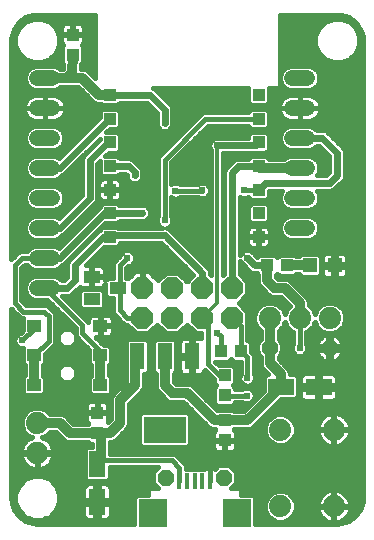
<source format=gtl>
G75*
G70*
%OFA0B0*%
%FSLAX24Y24*%
%IPPOS*%
%LPD*%
%AMOC8*
5,1,8,0,0,1.08239X$1,22.5*
%
%ADD10OC8,0.0740*%
%ADD11C,0.0520*%
%ADD12C,0.0740*%
%ADD13R,0.0394X0.0394*%
%ADD14R,0.0157X0.0531*%
%ADD15OC8,0.0560*%
%ADD16R,0.0945X0.0945*%
%ADD17R,0.0480X0.0880*%
%ADD18R,0.1417X0.0866*%
%ADD19C,0.0551*%
%ADD20R,0.0453X0.0394*%
%ADD21R,0.0394X0.0433*%
%ADD22R,0.0472X0.0472*%
%ADD23R,0.0551X0.0866*%
%ADD24R,0.0866X0.0551*%
%ADD25R,0.0433X0.0394*%
%ADD26R,0.0551X0.0394*%
%ADD27C,0.0320*%
%ADD28C,0.0240*%
%ADD29C,0.0160*%
%ADD30C,0.0238*%
%ADD31C,0.0120*%
D10*
X004680Y007708D03*
X004680Y008708D03*
X005680Y008708D03*
X005680Y007708D03*
X006680Y007708D03*
X006680Y008708D03*
X007680Y008708D03*
X007680Y007708D03*
D11*
X009670Y010708D02*
X010190Y010708D01*
X010190Y011708D02*
X009670Y011708D01*
X009670Y012708D02*
X010190Y012708D01*
X010190Y013708D02*
X009670Y013708D01*
X009670Y014708D02*
X010190Y014708D01*
X010190Y015708D02*
X009670Y015708D01*
X001690Y015708D02*
X001170Y015708D01*
X001170Y014708D02*
X001690Y014708D01*
X001690Y013708D02*
X001170Y013708D01*
X001170Y012708D02*
X001690Y012708D01*
X001690Y011708D02*
X001170Y011708D01*
X001170Y010708D02*
X001690Y010708D01*
X001690Y009708D02*
X001170Y009708D01*
X001170Y008708D02*
X001690Y008708D01*
D12*
X001180Y004208D03*
X001180Y003208D03*
X008930Y007708D03*
X009930Y007708D03*
X010930Y007708D03*
X011070Y003988D03*
X009290Y003988D03*
X009290Y001428D03*
X011070Y001428D03*
D13*
X008562Y010408D03*
X008562Y011196D03*
X008562Y011983D03*
X008562Y012771D03*
X008562Y013558D03*
X008562Y014345D03*
X008562Y015133D03*
X003601Y015133D03*
X003601Y014345D03*
X003601Y013558D03*
X003601Y012771D03*
X003601Y011983D03*
X003601Y011196D03*
X003601Y010408D03*
D14*
X005918Y002261D03*
X006174Y002261D03*
X006430Y002261D03*
X006686Y002261D03*
X006942Y002261D03*
D15*
X007395Y002389D03*
X005465Y002389D03*
D16*
X005030Y001208D03*
X007830Y001208D03*
D17*
X006340Y006428D03*
X005430Y006428D03*
X004520Y006428D03*
D18*
X005430Y003988D03*
D19*
X008930Y006708D03*
X010930Y006708D03*
D20*
X003292Y006458D03*
X003292Y005473D03*
X003292Y007442D03*
X001068Y007442D03*
X001068Y006458D03*
X001068Y005473D03*
D21*
X003180Y004542D03*
X003180Y003873D03*
X007295Y006608D03*
X007965Y006608D03*
X007430Y004292D03*
X007430Y003623D03*
X008845Y009458D03*
X009515Y009458D03*
X002360Y016483D03*
X002360Y017152D03*
D22*
X010267Y009458D03*
X011093Y009458D03*
D23*
X003180Y002838D03*
X003180Y001578D03*
D24*
X009300Y005408D03*
X010560Y005408D03*
D25*
X007430Y005123D03*
X007430Y005792D03*
D26*
X003863Y008708D03*
X002997Y009082D03*
X002997Y008334D03*
D27*
X003292Y006458D02*
X003292Y005473D01*
X003930Y004958D02*
X004430Y005458D01*
X004430Y006338D01*
X004520Y006428D01*
X005430Y006428D02*
X005430Y005458D01*
X005680Y005208D01*
X006180Y005208D01*
X007095Y004292D01*
X007430Y004292D01*
X008185Y004292D01*
X009300Y005408D01*
X009300Y005838D01*
X008930Y006208D01*
X008930Y006708D01*
X008930Y007708D01*
X009090Y008708D02*
X008840Y008958D01*
X008840Y009452D01*
X008845Y009458D01*
X009090Y008708D02*
X009430Y008708D01*
X009930Y008208D01*
X009930Y007708D01*
X010267Y009458D02*
X009515Y009458D01*
X009930Y012708D02*
X008625Y012708D01*
X008562Y012771D01*
X003601Y015133D02*
X003255Y015133D01*
X002680Y015708D01*
X002180Y015708D01*
X002345Y015873D01*
X002360Y016483D01*
X002180Y015708D02*
X001430Y015708D01*
X001068Y006458D02*
X001068Y005473D01*
X001180Y004208D02*
X001930Y004208D01*
X002265Y003873D01*
X003180Y003873D01*
X003595Y003873D01*
X003930Y004208D01*
X003930Y004958D01*
X003180Y003873D02*
X003300Y003753D01*
X003300Y002958D01*
D28*
X002180Y008708D02*
X001430Y008708D01*
X001430Y009708D02*
X001930Y009708D01*
X003418Y011196D01*
X003601Y011196D01*
X003613Y011208D01*
X004680Y011208D01*
X005430Y010458D02*
X003650Y010458D01*
X003601Y010408D01*
X003381Y010408D01*
X002430Y009458D01*
X002430Y008958D01*
X002180Y008708D01*
X001930Y010708D02*
X001430Y010708D01*
X001930Y010708D02*
X002930Y011708D01*
X002930Y012958D01*
X003530Y013558D01*
X003601Y013558D01*
X003601Y012771D02*
X003604Y012768D01*
X004230Y012768D01*
X004430Y012568D01*
X004430Y012458D01*
X005430Y014208D02*
X005430Y014648D01*
X004940Y015138D01*
X003606Y015138D01*
X003601Y015133D01*
X003601Y014345D02*
X003568Y014345D01*
X001930Y012708D01*
X001430Y012708D01*
X005430Y010458D02*
X006680Y009208D01*
X006680Y008708D01*
X007680Y008708D02*
X007680Y012548D01*
X007890Y012758D01*
X008549Y012758D01*
X008562Y012771D01*
X008786Y012208D02*
X008562Y011983D01*
X008786Y012208D02*
X010930Y012208D01*
X011180Y012458D01*
X011180Y013208D01*
X010680Y013708D01*
X009930Y013708D01*
X008562Y013558D02*
X008461Y013458D01*
X007180Y013458D01*
X008180Y009708D02*
X008430Y009458D01*
X008845Y009458D01*
D29*
X000920Y001025D02*
X000675Y001025D01*
X000766Y001088D02*
X001035Y000977D01*
X001325Y000977D01*
X001594Y001088D01*
X001799Y001294D01*
X001911Y001562D01*
X001911Y001853D01*
X001799Y002122D01*
X001594Y002327D01*
X001325Y002438D01*
X001035Y002438D01*
X000766Y002327D01*
X000561Y002122D01*
X000449Y001853D01*
X000449Y001562D01*
X000561Y001294D01*
X000766Y001088D01*
X000671Y001183D02*
X000511Y001183D01*
X000572Y001100D02*
X000414Y001317D01*
X000331Y001573D01*
X000320Y001708D01*
X000320Y008007D01*
X000339Y007988D01*
X000629Y007698D01*
X000702Y007698D01*
X000701Y007697D01*
X000701Y007290D01*
X000628Y007216D01*
X000533Y007177D01*
X000460Y007104D01*
X000421Y007009D01*
X000421Y006906D01*
X000460Y006811D01*
X000533Y006738D01*
X000628Y006699D01*
X000701Y006699D01*
X000701Y006203D01*
X000768Y006136D01*
X000768Y005795D01*
X000701Y005728D01*
X000701Y005219D01*
X000783Y005137D01*
X001352Y005137D01*
X001434Y005219D01*
X001434Y005728D01*
X001368Y005795D01*
X001368Y006136D01*
X001434Y006203D01*
X001434Y006501D01*
X001651Y006718D01*
X001780Y006847D01*
X001780Y007869D01*
X001640Y008009D01*
X001511Y008138D01*
X000811Y008138D01*
X000650Y008299D01*
X000650Y009367D01*
X000771Y009488D01*
X000828Y009488D01*
X000831Y009481D01*
X000943Y009369D01*
X001090Y009308D01*
X001770Y009308D01*
X001917Y009369D01*
X002006Y009458D01*
X002077Y009487D01*
X002150Y009560D01*
X003449Y010859D01*
X003856Y010859D01*
X003938Y010941D01*
X003938Y010948D01*
X004732Y010948D01*
X004827Y010987D01*
X004900Y011060D01*
X004940Y011156D01*
X004940Y011259D01*
X004900Y011355D01*
X004827Y011428D01*
X004732Y011468D01*
X003921Y011468D01*
X003856Y011533D01*
X003346Y011533D01*
X003264Y011451D01*
X003264Y011410D01*
X001906Y010051D01*
X001770Y010108D01*
X001090Y010108D01*
X000943Y010047D01*
X000831Y009934D01*
X000828Y009928D01*
X000589Y009928D01*
X000320Y009659D01*
X000320Y016958D01*
X000331Y017092D01*
X000414Y017348D01*
X000572Y017566D01*
X000790Y017724D01*
X001045Y017807D01*
X001180Y017818D01*
X003100Y017818D01*
X003100Y015712D01*
X002934Y015878D01*
X002850Y015962D01*
X002740Y016008D01*
X002649Y016008D01*
X002652Y016164D01*
X002697Y016209D01*
X002697Y016758D01*
X002664Y016790D01*
X002667Y016792D01*
X002701Y016825D01*
X002725Y016866D01*
X002737Y016912D01*
X002737Y017134D01*
X002378Y017134D01*
X002378Y017171D01*
X002342Y017171D01*
X002342Y017549D01*
X002139Y017549D01*
X002094Y017537D01*
X002053Y017513D01*
X002019Y017479D01*
X001995Y017438D01*
X001983Y017393D01*
X001983Y017171D01*
X002342Y017171D01*
X002342Y017134D01*
X001983Y017134D01*
X001983Y016912D01*
X001995Y016866D01*
X002019Y016825D01*
X002053Y016792D01*
X002056Y016790D01*
X002023Y016758D01*
X002023Y016209D01*
X002053Y016179D01*
X002049Y016008D01*
X001956Y016008D01*
X001917Y016047D01*
X001770Y016108D01*
X001090Y016108D01*
X000943Y016047D01*
X000831Y015934D01*
X000770Y015787D01*
X000770Y015628D01*
X000831Y015481D01*
X000943Y015369D01*
X001090Y015308D01*
X001770Y015308D01*
X001917Y015369D01*
X001956Y015408D01*
X002556Y015408D01*
X003085Y014879D01*
X003195Y014833D01*
X003310Y014833D01*
X003346Y014796D01*
X003856Y014796D01*
X003938Y014878D01*
X004832Y014878D01*
X005170Y014540D01*
X005170Y014156D01*
X005210Y014060D01*
X005283Y013987D01*
X005378Y013948D01*
X005482Y013948D01*
X005577Y013987D01*
X005650Y014060D01*
X005690Y014156D01*
X005690Y014699D01*
X005650Y014795D01*
X005160Y015285D01*
X005087Y015358D01*
X005040Y015378D01*
X008225Y015378D01*
X008225Y014878D01*
X008307Y014796D01*
X008817Y014796D01*
X008899Y014878D01*
X008899Y015378D01*
X009213Y015378D01*
X009260Y015425D01*
X009260Y017818D01*
X011180Y017818D01*
X011315Y017807D01*
X011570Y017724D01*
X011788Y017566D01*
X011946Y017348D01*
X012029Y017092D01*
X012040Y016958D01*
X012040Y001708D01*
X012029Y001573D01*
X011946Y001317D01*
X011788Y001100D01*
X011570Y000941D01*
X011315Y000858D01*
X011180Y000848D01*
X008442Y000848D01*
X008442Y001738D01*
X008360Y001820D01*
X007986Y001820D01*
X007986Y002009D01*
X007940Y002055D01*
X007655Y002055D01*
X007815Y002215D01*
X007815Y002563D01*
X007569Y002809D01*
X007221Y002809D01*
X007100Y002688D01*
X007090Y002694D01*
X007044Y002707D01*
X006942Y002707D01*
X006942Y002261D01*
X006942Y002261D01*
X006942Y002707D01*
X006839Y002707D01*
X006794Y002694D01*
X006753Y002671D01*
X006749Y002667D01*
X006138Y002667D01*
X006138Y002811D01*
X005900Y003049D01*
X005771Y003178D01*
X003600Y003178D01*
X003600Y003573D01*
X003655Y003573D01*
X003765Y003619D01*
X004100Y003953D01*
X004184Y004038D01*
X004230Y004148D01*
X004230Y004833D01*
X004600Y005203D01*
X004684Y005288D01*
X004730Y005398D01*
X004730Y005848D01*
X004818Y005848D01*
X004900Y005930D01*
X004900Y006926D01*
X004818Y007008D01*
X004222Y007008D01*
X004140Y006926D01*
X004140Y006422D01*
X004130Y006397D01*
X004130Y005582D01*
X003676Y005128D01*
X003630Y005017D01*
X003630Y004332D01*
X003531Y004233D01*
X003545Y004256D01*
X003557Y004302D01*
X003557Y004524D01*
X003198Y004524D01*
X003198Y004561D01*
X003162Y004561D01*
X003162Y004939D01*
X002959Y004939D01*
X002914Y004927D01*
X002873Y004903D01*
X002839Y004869D01*
X002815Y004828D01*
X002803Y004783D01*
X002803Y004561D01*
X003162Y004561D01*
X003162Y004524D01*
X002803Y004524D01*
X002803Y004302D01*
X002815Y004256D01*
X002839Y004215D01*
X002873Y004182D01*
X002876Y004180D01*
X002869Y004173D01*
X002389Y004173D01*
X002100Y004462D01*
X001990Y004508D01*
X001601Y004508D01*
X001469Y004640D01*
X001281Y004718D01*
X001079Y004718D01*
X000891Y004640D01*
X000748Y004497D01*
X000670Y004309D01*
X000670Y004106D01*
X000748Y003919D01*
X000891Y003775D01*
X001004Y003729D01*
X000969Y003717D01*
X000892Y003678D01*
X000822Y003627D01*
X000760Y003566D01*
X000710Y003496D01*
X000670Y003419D01*
X000644Y003336D01*
X000630Y003251D01*
X000630Y003228D01*
X001160Y003228D01*
X001160Y003188D01*
X000630Y003188D01*
X000630Y003164D01*
X000644Y003079D01*
X000670Y002997D01*
X000710Y002919D01*
X000760Y002849D01*
X000822Y002788D01*
X000892Y002737D01*
X000969Y002698D01*
X001051Y002671D01*
X001137Y002658D01*
X001160Y002658D01*
X001160Y003188D01*
X001200Y003188D01*
X001200Y003228D01*
X001730Y003228D01*
X001730Y003251D01*
X001716Y003336D01*
X001690Y003419D01*
X001650Y003496D01*
X001600Y003566D01*
X001538Y003627D01*
X001468Y003678D01*
X001391Y003717D01*
X001356Y003729D01*
X001469Y003775D01*
X001601Y003908D01*
X001806Y003908D01*
X002095Y003619D01*
X002205Y003573D01*
X002869Y003573D01*
X002925Y003516D01*
X003000Y003516D01*
X003000Y003411D01*
X002846Y003411D01*
X002764Y003329D01*
X002764Y002347D01*
X002846Y002265D01*
X003514Y002265D01*
X003596Y002347D01*
X003596Y002738D01*
X005220Y002738D01*
X005045Y002563D01*
X005045Y002215D01*
X005205Y002055D01*
X004920Y002055D01*
X004874Y002009D01*
X004874Y001820D01*
X004500Y001820D01*
X004418Y001738D01*
X004418Y000848D01*
X001180Y000848D01*
X001045Y000858D01*
X000790Y000941D01*
X000572Y001100D01*
X000541Y001342D02*
X000406Y001342D01*
X000354Y001500D02*
X000475Y001500D01*
X000449Y001659D02*
X000324Y001659D01*
X000320Y001817D02*
X000449Y001817D01*
X000500Y001976D02*
X000320Y001976D01*
X000320Y002134D02*
X000573Y002134D01*
X000732Y002293D02*
X000320Y002293D01*
X000320Y002451D02*
X002764Y002451D01*
X002764Y002610D02*
X000320Y002610D01*
X000320Y002768D02*
X000849Y002768D01*
X000706Y002927D02*
X000320Y002927D01*
X000320Y003085D02*
X000643Y003085D01*
X000630Y003244D02*
X000320Y003244D01*
X000320Y003402D02*
X000665Y003402D01*
X000757Y003561D02*
X000320Y003561D01*
X000320Y003719D02*
X000974Y003719D01*
X000789Y003878D02*
X000320Y003878D01*
X000320Y004036D02*
X000699Y004036D01*
X000670Y004195D02*
X000320Y004195D01*
X000320Y004353D02*
X000688Y004353D01*
X000763Y004512D02*
X000320Y004512D01*
X000320Y004670D02*
X000964Y004670D01*
X000774Y005146D02*
X000320Y005146D01*
X000320Y005304D02*
X000701Y005304D01*
X000701Y005463D02*
X000320Y005463D01*
X000320Y005621D02*
X000701Y005621D01*
X000753Y005780D02*
X000320Y005780D01*
X000320Y005938D02*
X000768Y005938D01*
X000768Y006097D02*
X000320Y006097D01*
X000320Y006255D02*
X000701Y006255D01*
X000701Y006414D02*
X000320Y006414D01*
X000320Y006572D02*
X000701Y006572D01*
X000551Y006731D02*
X000320Y006731D01*
X000320Y006889D02*
X000428Y006889D01*
X000437Y007048D02*
X000320Y007048D01*
X000320Y007206D02*
X000603Y007206D01*
X000701Y007365D02*
X000320Y007365D01*
X000320Y007523D02*
X000701Y007523D01*
X000701Y007682D02*
X000320Y007682D01*
X000320Y007840D02*
X000486Y007840D01*
X000328Y007999D02*
X000320Y007999D01*
X000430Y008208D02*
X000430Y009458D01*
X000680Y009708D01*
X001430Y009708D01*
X001090Y010308D02*
X001770Y010308D01*
X001917Y010369D01*
X002006Y010458D01*
X002077Y010487D01*
X002150Y010560D01*
X003150Y011560D01*
X003190Y011656D01*
X003190Y012850D01*
X003264Y012924D01*
X003264Y012516D01*
X003346Y012434D01*
X003856Y012434D01*
X003930Y012508D01*
X004122Y012508D01*
X004170Y012460D01*
X004170Y012406D01*
X004210Y012310D01*
X004283Y012237D01*
X004378Y012198D01*
X004482Y012198D01*
X004577Y012237D01*
X004650Y012310D01*
X004690Y012406D01*
X004690Y012619D01*
X004650Y012715D01*
X004450Y012915D01*
X004377Y012988D01*
X004282Y013028D01*
X003936Y013028D01*
X003856Y013108D01*
X003448Y013108D01*
X003561Y013221D01*
X003856Y013221D01*
X003938Y013303D01*
X003938Y013813D01*
X003856Y013895D01*
X003485Y013895D01*
X003599Y014009D01*
X003856Y014009D01*
X003938Y014091D01*
X003938Y014600D01*
X003856Y014682D01*
X003346Y014682D01*
X003264Y014600D01*
X003264Y014410D01*
X001906Y013051D01*
X001770Y013108D01*
X001090Y013108D01*
X000943Y013047D01*
X000831Y012934D01*
X000770Y012787D01*
X000770Y012628D01*
X000831Y012481D01*
X000943Y012369D01*
X001090Y012308D01*
X001770Y012308D01*
X001917Y012369D01*
X002006Y012458D01*
X002077Y012487D01*
X002150Y012560D01*
X003264Y013674D01*
X003264Y013660D01*
X002783Y013178D01*
X002710Y013105D01*
X002670Y013009D01*
X002670Y011815D01*
X001906Y011051D01*
X001770Y011108D01*
X001090Y011108D01*
X000943Y011047D01*
X000831Y010934D01*
X000770Y010787D01*
X000770Y010628D01*
X000831Y010481D01*
X000943Y010369D01*
X001090Y010308D01*
X000936Y010376D02*
X000320Y010376D01*
X000320Y010218D02*
X002072Y010218D01*
X001924Y010376D02*
X002231Y010376D01*
X002125Y010535D02*
X002389Y010535D01*
X002283Y010693D02*
X002548Y010693D01*
X002442Y010852D02*
X002706Y010852D01*
X002600Y011010D02*
X002865Y011010D01*
X002759Y011169D02*
X003023Y011169D01*
X002917Y011327D02*
X003182Y011327D01*
X003076Y011486D02*
X003299Y011486D01*
X003335Y011619D02*
X003381Y011606D01*
X003583Y011606D01*
X003583Y011965D01*
X003620Y011965D01*
X003620Y012002D01*
X003978Y012002D01*
X003978Y012204D01*
X003966Y012250D01*
X003942Y012291D01*
X003909Y012324D01*
X003868Y012348D01*
X003822Y012360D01*
X003620Y012360D01*
X003620Y012002D01*
X003583Y012002D01*
X003583Y012360D01*
X003381Y012360D01*
X003335Y012348D01*
X003294Y012324D01*
X003260Y012291D01*
X003237Y012250D01*
X003224Y012204D01*
X003224Y012002D01*
X003583Y012002D01*
X003583Y011965D01*
X003224Y011965D01*
X003224Y011763D01*
X003237Y011717D01*
X003260Y011676D01*
X003294Y011642D01*
X003335Y011619D01*
X003292Y011644D02*
X003185Y011644D01*
X003190Y011803D02*
X003224Y011803D01*
X003224Y011961D02*
X003190Y011961D01*
X003190Y012120D02*
X003224Y012120D01*
X003253Y012278D02*
X003190Y012278D01*
X003190Y012437D02*
X003344Y012437D01*
X003264Y012595D02*
X003190Y012595D01*
X003190Y012754D02*
X003264Y012754D01*
X003252Y012912D02*
X003264Y012912D01*
X002992Y013388D02*
X002978Y013388D01*
X003136Y013546D02*
X003151Y013546D01*
X002834Y013229D02*
X002819Y013229D01*
X002695Y013071D02*
X002661Y013071D01*
X002670Y012912D02*
X002502Y012912D01*
X002344Y012754D02*
X002670Y012754D01*
X002670Y012595D02*
X002185Y012595D01*
X001985Y012437D02*
X002670Y012437D01*
X002670Y012278D02*
X000320Y012278D01*
X000320Y012120D02*
X002670Y012120D01*
X002670Y011961D02*
X002002Y011961D01*
X002029Y011934D02*
X001917Y012047D01*
X001770Y012108D01*
X001090Y012108D01*
X000943Y012047D01*
X000831Y011934D01*
X000770Y011787D01*
X000770Y011628D01*
X000831Y011481D01*
X000943Y011369D01*
X001090Y011308D01*
X001770Y011308D01*
X001917Y011369D01*
X002029Y011481D01*
X002090Y011628D01*
X002090Y011787D01*
X002029Y011934D01*
X002084Y011803D02*
X002657Y011803D01*
X002499Y011644D02*
X002090Y011644D01*
X002031Y011486D02*
X002340Y011486D01*
X002182Y011327D02*
X001817Y011327D01*
X002023Y011169D02*
X000320Y011169D01*
X000320Y011327D02*
X001043Y011327D01*
X000829Y011486D02*
X000320Y011486D01*
X000320Y011644D02*
X000770Y011644D01*
X000776Y011803D02*
X000320Y011803D01*
X000320Y011961D02*
X000858Y011961D01*
X000875Y012437D02*
X000320Y012437D01*
X000320Y012595D02*
X000784Y012595D01*
X000770Y012754D02*
X000320Y012754D01*
X000320Y012912D02*
X000822Y012912D01*
X001001Y013071D02*
X000320Y013071D01*
X000320Y013229D02*
X002084Y013229D01*
X001936Y013388D02*
X002242Y013388D01*
X002401Y013546D02*
X002056Y013546D01*
X002029Y013481D02*
X002090Y013628D01*
X002090Y013787D01*
X002029Y013934D01*
X001917Y014047D01*
X001770Y014108D01*
X001090Y014108D01*
X000943Y014047D01*
X000831Y013934D01*
X000770Y013787D01*
X000770Y013628D01*
X000831Y013481D01*
X000943Y013369D01*
X001090Y013308D01*
X001770Y013308D01*
X001917Y013369D01*
X002029Y013481D01*
X002090Y013705D02*
X002559Y013705D01*
X002718Y013863D02*
X002059Y013863D01*
X001942Y014022D02*
X002876Y014022D01*
X003035Y014180D02*
X000320Y014180D01*
X000320Y014022D02*
X000918Y014022D01*
X000801Y013863D02*
X000320Y013863D01*
X000320Y013705D02*
X000770Y013705D01*
X000804Y013546D02*
X000320Y013546D01*
X000320Y013388D02*
X000924Y013388D01*
X001067Y014279D02*
X001135Y014268D01*
X001430Y014268D01*
X001725Y014268D01*
X001793Y014279D01*
X001859Y014300D01*
X001921Y014331D01*
X001977Y014372D01*
X002026Y014421D01*
X002066Y014477D01*
X002098Y014539D01*
X002119Y014605D01*
X002130Y014673D01*
X002130Y014708D01*
X002130Y014742D01*
X002119Y014811D01*
X002098Y014877D01*
X002066Y014938D01*
X002026Y014994D01*
X001977Y015043D01*
X001921Y015084D01*
X001859Y015115D01*
X001793Y015137D01*
X001725Y015148D01*
X001430Y015148D01*
X001135Y015148D01*
X001067Y015137D01*
X001001Y015115D01*
X000939Y015084D01*
X000883Y015043D01*
X000834Y014994D01*
X000794Y014938D01*
X000762Y014877D01*
X000741Y014811D01*
X000730Y014742D01*
X000730Y014708D01*
X001430Y014708D01*
X001430Y015148D01*
X001430Y014708D01*
X001430Y014708D01*
X002130Y014708D01*
X001430Y014708D01*
X001430Y014708D01*
X001430Y014708D01*
X000730Y014708D01*
X000730Y014673D01*
X000741Y014605D01*
X000762Y014539D01*
X000794Y014477D01*
X000834Y014421D01*
X000883Y014372D01*
X000939Y014331D01*
X001001Y014300D01*
X001067Y014279D01*
X000929Y014339D02*
X000320Y014339D01*
X000320Y014497D02*
X000783Y014497D01*
X000733Y014656D02*
X000320Y014656D01*
X000320Y014814D02*
X000742Y014814D01*
X000819Y014973D02*
X000320Y014973D01*
X000320Y015131D02*
X001050Y015131D01*
X000864Y015448D02*
X000320Y015448D01*
X000320Y015290D02*
X002674Y015290D01*
X002832Y015131D02*
X001810Y015131D01*
X002041Y014973D02*
X002991Y014973D01*
X003328Y014814D02*
X002118Y014814D01*
X002127Y014656D02*
X003320Y014656D01*
X003264Y014497D02*
X002077Y014497D01*
X001931Y014339D02*
X003193Y014339D01*
X003938Y014339D02*
X005170Y014339D01*
X005170Y014497D02*
X003938Y014497D01*
X003883Y014656D02*
X005054Y014656D01*
X004896Y014814D02*
X003874Y014814D01*
X003938Y014180D02*
X005170Y014180D01*
X005248Y014022D02*
X003869Y014022D01*
X003888Y013863D02*
X005994Y013863D01*
X005836Y013705D02*
X003938Y013705D01*
X003938Y013546D02*
X005677Y013546D01*
X005519Y013388D02*
X003938Y013388D01*
X003864Y013229D02*
X005360Y013229D01*
X005210Y013079D02*
X005210Y011103D01*
X005171Y011009D01*
X005171Y010906D01*
X005210Y010811D01*
X005283Y010738D01*
X005332Y010718D01*
X003884Y010718D01*
X003856Y010745D01*
X003346Y010745D01*
X003264Y010663D01*
X003264Y010642D01*
X003234Y010629D01*
X002283Y009678D01*
X002210Y009605D01*
X002170Y009509D01*
X002170Y009065D01*
X002072Y008968D01*
X001996Y008968D01*
X001917Y009047D01*
X001770Y009108D01*
X001090Y009108D01*
X000943Y009047D01*
X000831Y008934D01*
X000770Y008787D01*
X000770Y008628D01*
X000831Y008481D01*
X000943Y008369D01*
X001090Y008308D01*
X001519Y008308D01*
X002460Y007367D01*
X002460Y007175D01*
X002441Y007222D01*
X002354Y007309D01*
X002241Y007356D01*
X002119Y007356D01*
X002006Y007309D01*
X001919Y007222D01*
X001873Y007109D01*
X001873Y006987D01*
X001919Y006874D01*
X002006Y006788D01*
X002119Y006741D01*
X002241Y006741D01*
X002354Y006788D01*
X002441Y006874D01*
X002487Y006987D01*
X002487Y007089D01*
X002589Y006988D01*
X002926Y006651D01*
X002926Y006203D01*
X002992Y006136D01*
X002992Y005795D01*
X002926Y005728D01*
X002926Y005219D01*
X003008Y005137D01*
X003577Y005137D01*
X003659Y005219D01*
X003659Y005728D01*
X003592Y005795D01*
X003592Y006136D01*
X003659Y006203D01*
X003659Y006713D01*
X003577Y006795D01*
X003404Y006795D01*
X003134Y007065D01*
X003274Y007065D01*
X003274Y007423D01*
X003311Y007423D01*
X003311Y007424D02*
X003311Y007460D01*
X003699Y007460D01*
X003699Y007662D01*
X003686Y007708D01*
X003663Y007749D01*
X003629Y007783D01*
X003588Y007807D01*
X003542Y007819D01*
X003311Y007819D01*
X003311Y007460D01*
X003274Y007460D01*
X003274Y007819D01*
X003042Y007819D01*
X002996Y007807D01*
X002955Y007783D01*
X002922Y007749D01*
X002898Y007708D01*
X002886Y007662D01*
X002886Y007563D01*
X002001Y008448D01*
X002232Y008448D01*
X002327Y008487D01*
X002400Y008560D01*
X002596Y008756D01*
X002611Y008741D01*
X002652Y008717D01*
X002698Y008705D01*
X002979Y008705D01*
X002979Y009063D01*
X003015Y009063D01*
X003015Y008705D01*
X003296Y008705D01*
X003342Y008717D01*
X003383Y008741D01*
X003417Y008774D01*
X003440Y008815D01*
X003447Y008842D01*
X003447Y008453D01*
X003529Y008371D01*
X003710Y008371D01*
X003710Y007867D01*
X004089Y007488D01*
X004179Y007488D01*
X004469Y007198D01*
X004891Y007198D01*
X005180Y007486D01*
X005469Y007198D01*
X005891Y007198D01*
X006180Y007486D01*
X006469Y007198D01*
X006650Y007198D01*
X006650Y007035D01*
X006649Y007035D01*
X006604Y007048D01*
X006650Y007048D01*
X006604Y007048D02*
X006380Y007048D01*
X006380Y006468D01*
X006300Y006468D01*
X006300Y007048D01*
X006076Y007048D01*
X003151Y007048D01*
X003311Y007065D02*
X003542Y007065D01*
X003588Y007077D01*
X003629Y007101D01*
X003663Y007135D01*
X003686Y007176D01*
X003699Y007221D01*
X003699Y007424D01*
X003311Y007424D01*
X003311Y007423D02*
X003311Y007065D01*
X003311Y007206D02*
X003274Y007206D01*
X003274Y007365D02*
X003311Y007365D01*
X003311Y007523D02*
X003274Y007523D01*
X003274Y007682D02*
X003311Y007682D01*
X003331Y007997D02*
X003413Y008079D01*
X003413Y008589D01*
X003331Y008671D01*
X002663Y008671D01*
X002581Y008589D01*
X002581Y008079D01*
X002663Y007997D01*
X003331Y007997D01*
X003332Y007999D02*
X003710Y007999D01*
X003710Y008157D02*
X003413Y008157D01*
X003413Y008316D02*
X003710Y008316D01*
X003930Y007958D02*
X003930Y008708D01*
X003863Y008708D01*
X003930Y008708D02*
X003930Y009458D01*
X004180Y009708D01*
X004007Y009901D02*
X003241Y009901D01*
X003399Y010059D02*
X005461Y010059D01*
X005322Y010198D02*
X006386Y009134D01*
X006180Y008929D01*
X005891Y009218D01*
X005469Y009218D01*
X005208Y008957D01*
X004908Y009258D01*
X004700Y009258D01*
X004700Y008728D01*
X004660Y008728D01*
X004660Y009258D01*
X004452Y009258D01*
X004218Y009023D01*
X004197Y009045D01*
X004150Y009045D01*
X004150Y009367D01*
X004232Y009449D01*
X004327Y009488D01*
X004400Y009561D01*
X004439Y009656D01*
X004439Y009759D01*
X004400Y009854D01*
X004327Y009927D01*
X004232Y009967D01*
X004128Y009967D01*
X004033Y009927D01*
X003960Y009854D01*
X003921Y009760D01*
X003710Y009549D01*
X003710Y009045D01*
X003529Y009045D01*
X003453Y008968D01*
X003453Y009063D01*
X003015Y009063D01*
X003015Y009100D01*
X002979Y009100D01*
X002979Y009459D01*
X002799Y009459D01*
X003412Y010072D01*
X003856Y010072D01*
X003938Y010154D01*
X003938Y010198D01*
X005322Y010198D01*
X005619Y009901D02*
X004353Y009901D01*
X004439Y009742D02*
X005778Y009742D01*
X005936Y009584D02*
X004409Y009584D01*
X004209Y009425D02*
X006095Y009425D01*
X006253Y009267D02*
X004150Y009267D01*
X004150Y009108D02*
X004303Y009108D01*
X004660Y009108D02*
X004700Y009108D01*
X004700Y008950D02*
X004660Y008950D01*
X004660Y008791D02*
X004700Y008791D01*
X005057Y009108D02*
X005359Y009108D01*
X006001Y009108D02*
X006359Y009108D01*
X006201Y008950D02*
X006159Y008950D01*
X006672Y009584D02*
X006980Y009584D01*
X006980Y009742D02*
X006513Y009742D01*
X006355Y009901D02*
X006980Y009901D01*
X006980Y010059D02*
X006196Y010059D01*
X006038Y010218D02*
X006980Y010218D01*
X006980Y010376D02*
X005879Y010376D01*
X005721Y010535D02*
X006980Y010535D01*
X006980Y010693D02*
X005541Y010693D01*
X005577Y010678D02*
X005505Y010708D01*
X005577Y010738D01*
X005650Y010811D01*
X005689Y010906D01*
X005689Y011009D01*
X005650Y011103D01*
X005650Y011725D01*
X005738Y011689D01*
X005842Y011689D01*
X005936Y011728D01*
X006558Y011728D01*
X006628Y011699D01*
X006732Y011699D01*
X006827Y011738D01*
X006900Y011811D01*
X006939Y011906D01*
X006939Y012009D01*
X006900Y012104D01*
X006827Y012177D01*
X006732Y012217D01*
X006628Y012217D01*
X006533Y012177D01*
X006524Y012168D01*
X005936Y012168D01*
X005842Y012207D01*
X005738Y012207D01*
X005650Y012170D01*
X005650Y012897D01*
X006871Y014118D01*
X008225Y014118D01*
X008225Y014091D01*
X008307Y014009D01*
X008817Y014009D01*
X008899Y014091D01*
X008899Y014600D01*
X008817Y014682D01*
X008307Y014682D01*
X008225Y014600D01*
X008225Y014558D01*
X006689Y014558D01*
X006560Y014429D01*
X005210Y013079D01*
X005210Y013071D02*
X003893Y013071D01*
X003859Y012437D02*
X004170Y012437D01*
X004242Y012278D02*
X003949Y012278D01*
X003978Y012120D02*
X005210Y012120D01*
X005210Y012278D02*
X004618Y012278D01*
X004690Y012437D02*
X005210Y012437D01*
X005210Y012595D02*
X004690Y012595D01*
X004612Y012754D02*
X005210Y012754D01*
X005210Y012912D02*
X004453Y012912D01*
X003978Y011965D02*
X003620Y011965D01*
X003620Y011606D01*
X003822Y011606D01*
X003868Y011619D01*
X003909Y011642D01*
X003942Y011676D01*
X003966Y011717D01*
X003978Y011763D01*
X003978Y011965D01*
X003978Y011961D02*
X005210Y011961D01*
X005210Y011803D02*
X003978Y011803D01*
X003910Y011644D02*
X005210Y011644D01*
X005210Y011486D02*
X003903Y011486D01*
X003620Y011644D02*
X003583Y011644D01*
X003583Y011803D02*
X003620Y011803D01*
X003620Y011961D02*
X003583Y011961D01*
X003583Y012120D02*
X003620Y012120D01*
X003620Y012278D02*
X003583Y012278D01*
X003442Y010852D02*
X005194Y010852D01*
X005171Y011010D02*
X004850Y011010D01*
X004940Y011169D02*
X005210Y011169D01*
X005210Y011327D02*
X004912Y011327D01*
X005430Y010958D02*
X005430Y012988D01*
X006780Y014338D01*
X008554Y014338D01*
X008562Y014345D01*
X008899Y014339D02*
X009429Y014339D01*
X009439Y014331D02*
X009501Y014300D01*
X009567Y014279D01*
X009635Y014268D01*
X009930Y014268D01*
X010225Y014268D01*
X010293Y014279D01*
X010359Y014300D01*
X010421Y014331D01*
X010477Y014372D01*
X010526Y014421D01*
X010566Y014477D01*
X010598Y014539D01*
X010619Y014605D01*
X010630Y014673D01*
X010630Y014708D01*
X010630Y014742D01*
X010619Y014811D01*
X010598Y014877D01*
X010566Y014938D01*
X010526Y014994D01*
X010477Y015043D01*
X010421Y015084D01*
X010359Y015115D01*
X010293Y015137D01*
X010225Y015148D01*
X009930Y015148D01*
X009635Y015148D01*
X009567Y015137D01*
X009501Y015115D01*
X009439Y015084D01*
X009383Y015043D01*
X009334Y014994D01*
X009294Y014938D01*
X009262Y014877D01*
X009241Y014811D01*
X009230Y014742D01*
X009230Y014708D01*
X009930Y014708D01*
X009930Y015148D01*
X009930Y014708D01*
X009930Y014708D01*
X010630Y014708D01*
X009930Y014708D01*
X009930Y014708D01*
X009930Y014708D01*
X009230Y014708D01*
X009230Y014673D01*
X009241Y014605D01*
X009262Y014539D01*
X009294Y014477D01*
X009334Y014421D01*
X009383Y014372D01*
X009439Y014331D01*
X009283Y014497D02*
X008899Y014497D01*
X008843Y014656D02*
X009233Y014656D01*
X009242Y014814D02*
X008835Y014814D01*
X008899Y014973D02*
X009319Y014973D01*
X009550Y015131D02*
X008899Y015131D01*
X008899Y015290D02*
X012040Y015290D01*
X012040Y015448D02*
X010496Y015448D01*
X010529Y015481D02*
X010417Y015369D01*
X010270Y015308D01*
X009590Y015308D01*
X009443Y015369D01*
X009331Y015481D01*
X009270Y015628D01*
X009270Y015787D01*
X009331Y015934D01*
X009443Y016047D01*
X009590Y016108D01*
X010270Y016108D01*
X010417Y016047D01*
X010529Y015934D01*
X010590Y015787D01*
X010590Y015628D01*
X010529Y015481D01*
X010581Y015607D02*
X012040Y015607D01*
X012040Y015765D02*
X010590Y015765D01*
X010533Y015924D02*
X012040Y015924D01*
X012040Y016082D02*
X010331Y016082D01*
X010705Y016399D02*
X009260Y016399D01*
X009260Y016241D02*
X011002Y016241D01*
X011035Y016227D02*
X011325Y016227D01*
X011594Y016338D01*
X011799Y016544D01*
X011911Y016812D01*
X011911Y017103D01*
X011799Y017372D01*
X011594Y017577D01*
X011325Y017688D01*
X011035Y017688D01*
X010766Y017577D01*
X010561Y017372D01*
X010449Y017103D01*
X010449Y016812D01*
X010561Y016544D01*
X010766Y016338D01*
X011035Y016227D01*
X011358Y016241D02*
X012040Y016241D01*
X012040Y016399D02*
X011655Y016399D01*
X011805Y016558D02*
X012040Y016558D01*
X012040Y016716D02*
X011871Y016716D01*
X011911Y016875D02*
X012040Y016875D01*
X012034Y017033D02*
X011911Y017033D01*
X011874Y017192D02*
X011997Y017192D01*
X011945Y017350D02*
X011808Y017350D01*
X011830Y017509D02*
X011662Y017509D01*
X011649Y017667D02*
X011376Y017667D01*
X010984Y017667D02*
X009260Y017667D01*
X009260Y017509D02*
X010698Y017509D01*
X010552Y017350D02*
X009260Y017350D01*
X009260Y017192D02*
X010486Y017192D01*
X010449Y017033D02*
X009260Y017033D01*
X009260Y016875D02*
X010449Y016875D01*
X010489Y016716D02*
X009260Y016716D01*
X009260Y016558D02*
X010555Y016558D01*
X009529Y016082D02*
X009260Y016082D01*
X009260Y015924D02*
X009327Y015924D01*
X009270Y015765D02*
X009260Y015765D01*
X009260Y015607D02*
X009279Y015607D01*
X009260Y015448D02*
X009364Y015448D01*
X009930Y015131D02*
X009930Y015131D01*
X009930Y014973D02*
X009930Y014973D01*
X009930Y014814D02*
X009930Y014814D01*
X009930Y014708D02*
X009930Y014268D01*
X009930Y014708D01*
X009930Y014708D01*
X009930Y014656D02*
X009930Y014656D01*
X009930Y014497D02*
X009930Y014497D01*
X009930Y014339D02*
X009930Y014339D01*
X010270Y014108D02*
X009590Y014108D01*
X009443Y014047D01*
X009331Y013934D01*
X009270Y013787D01*
X009270Y013628D01*
X009331Y013481D01*
X009443Y013369D01*
X009590Y013308D01*
X010270Y013308D01*
X010417Y013369D01*
X010496Y013448D01*
X010572Y013448D01*
X010920Y013100D01*
X010920Y012565D01*
X010822Y012468D01*
X010516Y012468D01*
X010529Y012481D01*
X010590Y012628D01*
X010590Y012787D01*
X010529Y012934D01*
X010417Y013047D01*
X010270Y013108D01*
X009590Y013108D01*
X009443Y013047D01*
X009404Y013008D01*
X008899Y013008D01*
X008899Y013026D01*
X008817Y013108D01*
X008307Y013108D01*
X008225Y013026D01*
X008225Y013018D01*
X007838Y013018D01*
X007743Y012978D01*
X007670Y012905D01*
X007460Y012695D01*
X007420Y012599D01*
X007420Y009169D01*
X007380Y009129D01*
X007380Y013198D01*
X008513Y013198D01*
X008570Y013221D01*
X008817Y013221D01*
X008899Y013303D01*
X008899Y013813D01*
X008817Y013895D01*
X008307Y013895D01*
X008225Y013813D01*
X008225Y013718D01*
X007128Y013718D01*
X007033Y013678D01*
X006960Y013605D01*
X006920Y013509D01*
X006920Y013406D01*
X006960Y013310D01*
X006980Y013290D01*
X006980Y009129D01*
X006940Y009169D01*
X006940Y009259D01*
X006900Y009355D01*
X005650Y010605D01*
X005577Y010678D01*
X005666Y010852D02*
X006980Y010852D01*
X006980Y011010D02*
X005689Y011010D01*
X005650Y011169D02*
X006980Y011169D01*
X006980Y011327D02*
X005650Y011327D01*
X005650Y011486D02*
X006980Y011486D01*
X006980Y011644D02*
X005650Y011644D01*
X005790Y011948D02*
X006670Y011948D01*
X006680Y011958D01*
X006884Y012120D02*
X006980Y012120D01*
X006980Y012278D02*
X005650Y012278D01*
X005650Y012437D02*
X006980Y012437D01*
X006980Y012595D02*
X005650Y012595D01*
X005650Y012754D02*
X006980Y012754D01*
X006980Y012912D02*
X005666Y012912D01*
X005824Y013071D02*
X006980Y013071D01*
X006980Y013229D02*
X005983Y013229D01*
X006141Y013388D02*
X006928Y013388D01*
X006935Y013546D02*
X006300Y013546D01*
X006458Y013705D02*
X007097Y013705D01*
X006775Y014022D02*
X008294Y014022D01*
X008275Y013863D02*
X006617Y013863D01*
X006311Y014180D02*
X005690Y014180D01*
X005690Y014339D02*
X006470Y014339D01*
X006628Y014497D02*
X005690Y014497D01*
X005690Y014656D02*
X008280Y014656D01*
X008289Y014814D02*
X005631Y014814D01*
X005473Y014973D02*
X008225Y014973D01*
X008225Y015131D02*
X005314Y015131D01*
X005156Y015290D02*
X008225Y015290D01*
X008899Y014180D02*
X012040Y014180D01*
X012040Y014022D02*
X010442Y014022D01*
X010417Y014047D02*
X010270Y014108D01*
X010417Y014047D02*
X010496Y013968D01*
X010732Y013968D01*
X010827Y013928D01*
X011327Y013428D01*
X011327Y013428D01*
X011400Y013355D01*
X011440Y013259D01*
X011440Y012406D01*
X011400Y012310D01*
X011150Y012060D01*
X011077Y011987D01*
X010982Y011948D01*
X010516Y011948D01*
X010529Y011934D01*
X010590Y011787D01*
X010590Y011628D01*
X010529Y011481D01*
X010417Y011369D01*
X010270Y011308D01*
X009590Y011308D01*
X009443Y011369D01*
X009331Y011481D01*
X009270Y011628D01*
X009270Y011787D01*
X009331Y011934D01*
X009344Y011948D01*
X008899Y011948D01*
X008899Y011728D01*
X008817Y011646D01*
X008307Y011646D01*
X008225Y011728D01*
X008225Y011737D01*
X008132Y011699D01*
X008028Y011699D01*
X007940Y011735D01*
X007940Y009808D01*
X007960Y009855D01*
X008033Y009928D01*
X008128Y009968D01*
X008232Y009968D01*
X008327Y009928D01*
X008516Y009740D01*
X008591Y009814D01*
X009100Y009814D01*
X009180Y009734D01*
X009260Y009814D01*
X009769Y009814D01*
X009826Y009758D01*
X009896Y009758D01*
X009972Y009834D01*
X010561Y009834D01*
X010643Y009752D01*
X010643Y009163D01*
X010561Y009081D01*
X009972Y009081D01*
X009896Y009158D01*
X009826Y009158D01*
X009769Y009101D01*
X009260Y009101D01*
X009180Y009181D01*
X009140Y009141D01*
X009140Y009082D01*
X009214Y009008D01*
X009490Y009008D01*
X009600Y008962D01*
X009684Y008878D01*
X010184Y008378D01*
X010230Y008267D01*
X010230Y008129D01*
X010362Y007997D01*
X010430Y007833D01*
X010498Y007997D01*
X010641Y008140D01*
X010829Y008218D01*
X011031Y008218D01*
X011219Y008140D01*
X011362Y007997D01*
X011440Y007809D01*
X011440Y007606D01*
X011362Y007419D01*
X011219Y007275D01*
X011031Y007198D01*
X010829Y007198D01*
X010641Y007275D01*
X010498Y007419D01*
X010430Y007582D01*
X010362Y007419D01*
X010219Y007275D01*
X010150Y007247D01*
X010150Y006853D01*
X010189Y006759D01*
X010189Y006656D01*
X010150Y006561D01*
X010077Y006488D01*
X009982Y006449D01*
X009878Y006449D01*
X009783Y006488D01*
X009710Y006561D01*
X009671Y006656D01*
X009671Y006759D01*
X009710Y006853D01*
X009710Y007247D01*
X009641Y007275D01*
X009498Y007419D01*
X009430Y007582D01*
X009362Y007419D01*
X009230Y007286D01*
X009230Y006995D01*
X009282Y006943D01*
X009346Y006790D01*
X009346Y006625D01*
X009282Y006472D01*
X009230Y006420D01*
X009230Y006332D01*
X009554Y006008D01*
X009600Y005897D01*
X009600Y005823D01*
X009791Y005823D01*
X009873Y005741D01*
X009873Y005074D01*
X009791Y004992D01*
X009309Y004992D01*
X008355Y004038D01*
X008244Y003992D01*
X007741Y003992D01*
X007734Y003985D01*
X007737Y003984D01*
X007771Y003950D01*
X007795Y003909D01*
X007807Y003863D01*
X007807Y003641D01*
X007448Y003641D01*
X007448Y003605D01*
X007448Y003226D01*
X007651Y003226D01*
X007696Y003239D01*
X007737Y003262D01*
X007771Y003296D01*
X007795Y003337D01*
X007807Y003383D01*
X007807Y003605D01*
X007448Y003605D01*
X007412Y003605D01*
X007412Y003226D01*
X007209Y003226D01*
X007164Y003239D01*
X007123Y003262D01*
X007089Y003296D01*
X007065Y003337D01*
X007053Y003383D01*
X007053Y003605D01*
X007412Y003605D01*
X007412Y003641D01*
X007053Y003641D01*
X007053Y003863D01*
X007065Y003909D01*
X007089Y003950D01*
X007123Y003984D01*
X007126Y003985D01*
X007119Y003992D01*
X007036Y003992D01*
X006925Y004038D01*
X006056Y004908D01*
X005620Y004908D01*
X005510Y004953D01*
X005260Y005203D01*
X005176Y005288D01*
X005130Y005398D01*
X005130Y005850D01*
X005050Y005930D01*
X005050Y006926D01*
X005132Y007008D01*
X005728Y007008D01*
X005810Y006926D01*
X005810Y005930D01*
X005730Y005850D01*
X005730Y005582D01*
X005804Y005508D01*
X006240Y005508D01*
X006350Y005462D01*
X006434Y005378D01*
X007169Y004643D01*
X007175Y004649D01*
X007685Y004649D01*
X007741Y004592D01*
X008060Y004592D01*
X008727Y005259D01*
X008727Y005741D01*
X008809Y005823D01*
X008890Y005823D01*
X008760Y005953D01*
X008676Y006038D01*
X008630Y006148D01*
X008630Y006420D01*
X008578Y006472D01*
X008514Y006625D01*
X008514Y006790D01*
X008578Y006943D01*
X008630Y006995D01*
X008630Y007286D01*
X008498Y007419D01*
X008420Y007606D01*
X008420Y007809D01*
X008498Y007997D01*
X008641Y008140D01*
X008829Y008218D01*
X009031Y008218D01*
X009219Y008140D01*
X009362Y007997D01*
X009430Y007833D01*
X009498Y007997D01*
X009607Y008106D01*
X009306Y008408D01*
X009030Y008408D01*
X008920Y008453D01*
X008670Y008703D01*
X008586Y008788D01*
X008540Y008898D01*
X008540Y009152D01*
X008509Y009183D01*
X008509Y009198D01*
X008378Y009198D01*
X008283Y009237D01*
X007960Y009560D01*
X007940Y009608D01*
X007940Y009169D01*
X008190Y008919D01*
X008190Y008496D01*
X007901Y008208D01*
X008190Y007919D01*
X008190Y007496D01*
X008185Y007491D01*
X008185Y006964D01*
X008219Y006964D01*
X008301Y006882D01*
X008301Y006582D01*
X008400Y006483D01*
X008400Y005853D01*
X008439Y005759D01*
X008439Y005656D01*
X008400Y005561D01*
X008327Y005488D01*
X008232Y005449D01*
X008128Y005449D01*
X008033Y005488D01*
X007960Y005561D01*
X007921Y005656D01*
X007921Y005759D01*
X007960Y005853D01*
X007960Y006251D01*
X007710Y006251D01*
X007630Y006331D01*
X007550Y006251D01*
X007108Y006251D01*
X007230Y006129D01*
X007705Y006129D01*
X007787Y006047D01*
X007787Y005537D01*
X007707Y005458D01*
X007787Y005378D01*
X007787Y005338D01*
X008024Y005338D01*
X008118Y005377D01*
X008222Y005377D01*
X008317Y005337D01*
X008390Y005264D01*
X008429Y005169D01*
X008429Y005066D01*
X008390Y004971D01*
X008317Y004898D01*
X008222Y004859D01*
X008118Y004859D01*
X008024Y004898D01*
X007787Y004898D01*
X007787Y004868D01*
X007705Y004786D01*
X007155Y004786D01*
X007073Y004868D01*
X007073Y005378D01*
X007153Y005458D01*
X007073Y005537D01*
X007073Y005663D01*
X006779Y005958D01*
X006760Y005977D01*
X006760Y005964D01*
X006748Y005918D01*
X006724Y005877D01*
X006690Y005844D01*
X006649Y005820D01*
X006604Y005808D01*
X006380Y005808D01*
X006380Y006388D01*
X006300Y006388D01*
X005920Y006388D01*
X005920Y005964D01*
X005932Y005918D01*
X005956Y005877D01*
X005989Y005844D01*
X006030Y005820D01*
X006076Y005808D01*
X006300Y005808D01*
X006300Y006388D01*
X006300Y006468D01*
X005920Y006468D01*
X005920Y006891D01*
X005932Y006937D01*
X005956Y006978D01*
X005989Y007012D01*
X006030Y007035D01*
X006076Y007048D01*
X006300Y007048D02*
X006380Y007048D01*
X006380Y006889D02*
X006300Y006889D01*
X006300Y006731D02*
X006380Y006731D01*
X006380Y006572D02*
X006300Y006572D01*
X006300Y006414D02*
X005810Y006414D01*
X005810Y006572D02*
X005920Y006572D01*
X005920Y006731D02*
X005810Y006731D01*
X005810Y006889D02*
X005920Y006889D01*
X005900Y007206D02*
X006460Y007206D01*
X006302Y007365D02*
X006058Y007365D01*
X005460Y007206D02*
X004900Y007206D01*
X005058Y007365D02*
X005302Y007365D01*
X005050Y006889D02*
X004900Y006889D01*
X004900Y006731D02*
X005050Y006731D01*
X005050Y006572D02*
X004900Y006572D01*
X004900Y006414D02*
X005050Y006414D01*
X005050Y006255D02*
X004900Y006255D01*
X004900Y006097D02*
X005050Y006097D01*
X005050Y005938D02*
X004900Y005938D01*
X004730Y005780D02*
X005130Y005780D01*
X005130Y005621D02*
X004730Y005621D01*
X004730Y005463D02*
X005130Y005463D01*
X005169Y005304D02*
X004691Y005304D01*
X004542Y005146D02*
X005318Y005146D01*
X005476Y004987D02*
X004384Y004987D01*
X004230Y004829D02*
X006135Y004829D01*
X006293Y004670D02*
X004230Y004670D01*
X004230Y004512D02*
X004614Y004512D01*
X004581Y004479D02*
X004663Y004561D01*
X006197Y004561D01*
X006279Y004479D01*
X006279Y003497D01*
X006197Y003415D01*
X004663Y003415D01*
X004581Y003497D01*
X004581Y004479D01*
X004581Y004353D02*
X004230Y004353D01*
X004230Y004195D02*
X004581Y004195D01*
X004581Y004036D02*
X004183Y004036D01*
X004100Y003953D02*
X004100Y003953D01*
X004024Y003878D02*
X004581Y003878D01*
X004581Y003719D02*
X003866Y003719D01*
X003600Y003561D02*
X004581Y003561D01*
X005092Y002610D02*
X003596Y002610D01*
X003596Y002451D02*
X005045Y002451D01*
X005045Y002293D02*
X003542Y002293D01*
X003525Y002179D02*
X003479Y002191D01*
X003238Y002191D01*
X003238Y001636D01*
X003122Y001636D01*
X003122Y002191D01*
X002881Y002191D01*
X002835Y002179D01*
X002794Y002155D01*
X002760Y002121D01*
X002737Y002080D01*
X002724Y002035D01*
X002724Y001636D01*
X003122Y001636D01*
X003122Y001520D01*
X002724Y001520D01*
X002724Y001121D01*
X002737Y001075D01*
X002760Y001034D01*
X002794Y001001D01*
X002835Y000977D01*
X002881Y000965D01*
X003122Y000965D01*
X003122Y001520D01*
X003238Y001520D01*
X003238Y001636D01*
X003636Y001636D01*
X003636Y002035D01*
X003623Y002080D01*
X003600Y002121D01*
X003566Y002155D01*
X003525Y002179D01*
X003587Y002134D02*
X005126Y002134D01*
X004874Y001976D02*
X003636Y001976D01*
X003636Y001817D02*
X004497Y001817D01*
X004418Y001659D02*
X003636Y001659D01*
X003636Y001520D02*
X003238Y001520D01*
X003238Y000965D01*
X003479Y000965D01*
X003525Y000977D01*
X003566Y001001D01*
X003600Y001034D01*
X003623Y001075D01*
X003636Y001121D01*
X003636Y001520D01*
X003636Y001500D02*
X004418Y001500D01*
X004418Y001342D02*
X003636Y001342D01*
X003636Y001183D02*
X004418Y001183D01*
X004418Y001025D02*
X003590Y001025D01*
X003238Y001025D02*
X003122Y001025D01*
X003122Y001183D02*
X003238Y001183D01*
X003238Y001342D02*
X003122Y001342D01*
X003122Y001500D02*
X003238Y001500D01*
X003238Y001659D02*
X003122Y001659D01*
X003122Y001817D02*
X003238Y001817D01*
X003238Y001976D02*
X003122Y001976D01*
X003122Y002134D02*
X003238Y002134D01*
X002818Y002293D02*
X001628Y002293D01*
X001787Y002134D02*
X002773Y002134D01*
X002724Y001976D02*
X001860Y001976D01*
X001911Y001817D02*
X002724Y001817D01*
X002724Y001659D02*
X001911Y001659D01*
X001885Y001500D02*
X002724Y001500D01*
X002724Y001342D02*
X001819Y001342D01*
X001689Y001183D02*
X002724Y001183D01*
X002770Y001025D02*
X001440Y001025D01*
X001021Y000866D02*
X004418Y000866D01*
X003180Y002838D02*
X003300Y002958D01*
X005680Y002958D01*
X005918Y002719D01*
X005918Y002261D01*
X006138Y002768D02*
X007180Y002768D01*
X006942Y002610D02*
X006942Y002610D01*
X006942Y002451D02*
X006942Y002451D01*
X006942Y002293D02*
X006942Y002293D01*
X007609Y002768D02*
X012040Y002768D01*
X012040Y002610D02*
X007768Y002610D01*
X007815Y002451D02*
X012040Y002451D01*
X012040Y002293D02*
X007815Y002293D01*
X007734Y002134D02*
X012040Y002134D01*
X012040Y001976D02*
X011126Y001976D01*
X011113Y001978D02*
X011199Y001964D01*
X011281Y001937D01*
X011358Y001898D01*
X011428Y001847D01*
X011490Y001786D01*
X011540Y001716D01*
X011580Y001639D01*
X011606Y001556D01*
X011620Y001471D01*
X011620Y001448D01*
X011090Y001448D01*
X011050Y001448D01*
X011050Y001978D01*
X011027Y001978D01*
X010941Y001964D01*
X010859Y001937D01*
X010782Y001898D01*
X010712Y001847D01*
X010650Y001786D01*
X010600Y001716D01*
X010560Y001639D01*
X010534Y001556D01*
X010520Y001471D01*
X010520Y001448D01*
X011050Y001448D01*
X011050Y001408D01*
X010520Y001408D01*
X010520Y001384D01*
X010534Y001299D01*
X010560Y001217D01*
X010600Y001139D01*
X010650Y001069D01*
X010712Y001008D01*
X010782Y000957D01*
X010859Y000918D01*
X010941Y000891D01*
X011027Y000878D01*
X011050Y000878D01*
X011050Y001408D01*
X011090Y001408D01*
X011090Y001448D01*
X011090Y001978D01*
X011113Y001978D01*
X011090Y001976D02*
X011050Y001976D01*
X011014Y001976D02*
X007986Y001976D01*
X008363Y001817D02*
X008958Y001817D01*
X009001Y001860D02*
X008858Y001717D01*
X008780Y001529D01*
X008780Y001326D01*
X008858Y001139D01*
X009001Y000995D01*
X009189Y000918D01*
X009391Y000918D01*
X009579Y000995D01*
X009722Y001139D01*
X009800Y001326D01*
X009800Y001529D01*
X009722Y001717D01*
X009579Y001860D01*
X009391Y001938D01*
X009189Y001938D01*
X009001Y001860D01*
X008834Y001659D02*
X008442Y001659D01*
X008442Y001500D02*
X008780Y001500D01*
X008780Y001342D02*
X008442Y001342D01*
X008442Y001183D02*
X008839Y001183D01*
X008972Y001025D02*
X008442Y001025D01*
X008442Y000866D02*
X011339Y000866D01*
X011281Y000918D02*
X011358Y000957D01*
X011428Y001008D01*
X011490Y001069D01*
X011540Y001139D01*
X011580Y001217D01*
X011606Y001299D01*
X011620Y001384D01*
X011620Y001408D01*
X011090Y001408D01*
X011090Y000878D01*
X011113Y000878D01*
X011199Y000891D01*
X011281Y000918D01*
X011445Y001025D02*
X011685Y001025D01*
X011563Y001183D02*
X011849Y001183D01*
X011954Y001342D02*
X011613Y001342D01*
X011615Y001500D02*
X012006Y001500D01*
X012036Y001659D02*
X011570Y001659D01*
X011458Y001817D02*
X012040Y001817D01*
X012040Y002927D02*
X006022Y002927D01*
X005864Y003085D02*
X012040Y003085D01*
X012040Y003244D02*
X007705Y003244D01*
X007807Y003402D02*
X012040Y003402D01*
X012040Y003561D02*
X011418Y003561D01*
X011428Y003568D02*
X011490Y003629D01*
X011540Y003699D01*
X011580Y003777D01*
X011606Y003859D01*
X011620Y003944D01*
X011620Y003968D01*
X011090Y003968D01*
X011090Y004008D01*
X011050Y004008D01*
X011050Y004538D01*
X011027Y004538D01*
X010941Y004524D01*
X010859Y004497D01*
X010782Y004458D01*
X010712Y004407D01*
X010650Y004346D01*
X010600Y004276D01*
X010560Y004199D01*
X010534Y004116D01*
X010520Y004031D01*
X010520Y004008D01*
X011050Y004008D01*
X011050Y003968D01*
X010520Y003968D01*
X010520Y003944D01*
X010534Y003859D01*
X010560Y003777D01*
X010600Y003699D01*
X010650Y003629D01*
X010712Y003568D01*
X010782Y003517D01*
X010859Y003478D01*
X010941Y003451D01*
X011027Y003438D01*
X011050Y003438D01*
X011050Y003968D01*
X011090Y003968D01*
X011090Y003438D01*
X011113Y003438D01*
X011199Y003451D01*
X011281Y003478D01*
X011358Y003517D01*
X011428Y003568D01*
X011550Y003719D02*
X012040Y003719D01*
X012040Y003878D02*
X011609Y003878D01*
X011620Y004008D02*
X011620Y004031D01*
X011606Y004116D01*
X011580Y004199D01*
X011540Y004276D01*
X011490Y004346D01*
X011428Y004407D01*
X011358Y004458D01*
X011281Y004497D01*
X011199Y004524D01*
X011113Y004538D01*
X011090Y004538D01*
X011090Y004008D01*
X011620Y004008D01*
X011619Y004036D02*
X012040Y004036D01*
X012040Y004195D02*
X011581Y004195D01*
X011482Y004353D02*
X012040Y004353D01*
X012040Y004512D02*
X011237Y004512D01*
X011090Y004512D02*
X011050Y004512D01*
X010903Y004512D02*
X008828Y004512D01*
X008934Y004353D02*
X008670Y004353D01*
X008858Y004277D02*
X008780Y004089D01*
X008780Y003886D01*
X008858Y003699D01*
X009001Y003555D01*
X009189Y003478D01*
X009391Y003478D01*
X009579Y003555D01*
X009722Y003699D01*
X009800Y003886D01*
X009800Y004089D01*
X009722Y004277D01*
X009579Y004420D01*
X009391Y004498D01*
X009189Y004498D01*
X009001Y004420D01*
X008858Y004277D01*
X008824Y004195D02*
X008511Y004195D01*
X008350Y004036D02*
X008780Y004036D01*
X008784Y003878D02*
X007803Y003878D01*
X007807Y003719D02*
X008849Y003719D01*
X008996Y003561D02*
X007807Y003561D01*
X007448Y003561D02*
X007412Y003561D01*
X007412Y003402D02*
X007448Y003402D01*
X007448Y003244D02*
X007412Y003244D01*
X007155Y003244D02*
X003600Y003244D01*
X003600Y003402D02*
X007053Y003402D01*
X007053Y003561D02*
X006279Y003561D01*
X006279Y003719D02*
X007053Y003719D01*
X007057Y003878D02*
X006279Y003878D01*
X006279Y004036D02*
X006930Y004036D01*
X006769Y004195D02*
X006279Y004195D01*
X006279Y004353D02*
X006610Y004353D01*
X006452Y004512D02*
X006246Y004512D01*
X006666Y005146D02*
X007073Y005146D01*
X007073Y005304D02*
X006508Y005304D01*
X006348Y005463D02*
X007148Y005463D01*
X007073Y005621D02*
X005730Y005621D01*
X005730Y005780D02*
X006957Y005780D01*
X006798Y005938D02*
X006753Y005938D01*
X006870Y006178D02*
X006870Y007518D01*
X006680Y007708D01*
X007180Y007208D02*
X007295Y007092D01*
X007295Y006608D01*
X007554Y006255D02*
X007706Y006255D01*
X007737Y006097D02*
X007960Y006097D01*
X007960Y005938D02*
X007787Y005938D01*
X007787Y005780D02*
X007929Y005780D01*
X007935Y005621D02*
X007787Y005621D01*
X007712Y005463D02*
X008095Y005463D01*
X008265Y005463D02*
X008727Y005463D01*
X008727Y005621D02*
X008425Y005621D01*
X008431Y005780D02*
X008765Y005780D01*
X008775Y005938D02*
X008400Y005938D01*
X008400Y006097D02*
X008651Y006097D01*
X008630Y006255D02*
X008400Y006255D01*
X008400Y006414D02*
X008630Y006414D01*
X008536Y006572D02*
X008311Y006572D01*
X008301Y006731D02*
X008514Y006731D01*
X008555Y006889D02*
X008295Y006889D01*
X008185Y007048D02*
X008630Y007048D01*
X008630Y007206D02*
X008185Y007206D01*
X008185Y007365D02*
X008552Y007365D01*
X008454Y007523D02*
X008190Y007523D01*
X008190Y007682D02*
X008420Y007682D01*
X008433Y007840D02*
X008190Y007840D01*
X008110Y007999D02*
X008500Y007999D01*
X008683Y008157D02*
X007952Y008157D01*
X008009Y008316D02*
X009398Y008316D01*
X009556Y008157D02*
X009177Y008157D01*
X009360Y007999D02*
X009500Y007999D01*
X009433Y007840D02*
X009427Y007840D01*
X009406Y007523D02*
X009454Y007523D01*
X009552Y007365D02*
X009308Y007365D01*
X009230Y007206D02*
X009710Y007206D01*
X009710Y007048D02*
X009230Y007048D01*
X009305Y006889D02*
X009710Y006889D01*
X009671Y006731D02*
X009346Y006731D01*
X009324Y006572D02*
X009706Y006572D01*
X009930Y006708D02*
X009930Y007708D01*
X010230Y008157D02*
X010683Y008157D01*
X010500Y007999D02*
X010360Y007999D01*
X010427Y007840D02*
X010433Y007840D01*
X010454Y007523D02*
X010406Y007523D01*
X010308Y007365D02*
X010552Y007365D01*
X010691Y007097D02*
X010633Y007055D01*
X010582Y007004D01*
X010540Y006946D01*
X010508Y006883D01*
X010486Y006814D01*
X010478Y006765D01*
X010872Y006765D01*
X010872Y006650D01*
X010478Y006650D01*
X010486Y006601D01*
X010508Y006533D01*
X010540Y006469D01*
X010582Y006411D01*
X010633Y006360D01*
X010691Y006318D01*
X010755Y006285D01*
X010823Y006263D01*
X010872Y006256D01*
X010872Y006650D01*
X010988Y006650D01*
X010988Y006765D01*
X011382Y006765D01*
X011374Y006814D01*
X011352Y006883D01*
X011320Y006946D01*
X011278Y007004D01*
X011227Y007055D01*
X011169Y007097D01*
X011105Y007130D01*
X011037Y007152D01*
X010988Y007160D01*
X010988Y006765D01*
X010872Y006765D01*
X010872Y007160D01*
X010823Y007152D01*
X010755Y007130D01*
X010691Y007097D01*
X010626Y007048D02*
X010150Y007048D01*
X010150Y007206D02*
X010808Y007206D01*
X010872Y007048D02*
X010988Y007048D01*
X010988Y006889D02*
X010872Y006889D01*
X010872Y006731D02*
X010189Y006731D01*
X010154Y006572D02*
X010495Y006572D01*
X010580Y006414D02*
X009230Y006414D01*
X009307Y006255D02*
X012040Y006255D01*
X012040Y006097D02*
X009465Y006097D01*
X009583Y005938D02*
X012040Y005938D01*
X012040Y005780D02*
X011145Y005780D01*
X011137Y005794D02*
X011104Y005827D01*
X011062Y005851D01*
X011017Y005863D01*
X010618Y005863D01*
X010618Y005465D01*
X011173Y005465D01*
X011173Y005707D01*
X011161Y005753D01*
X011137Y005794D01*
X011173Y005621D02*
X012040Y005621D01*
X012040Y005463D02*
X010618Y005463D01*
X010618Y005465D02*
X010618Y005350D01*
X011173Y005350D01*
X011173Y005108D01*
X011161Y005063D01*
X011137Y005022D01*
X011104Y004988D01*
X011062Y004964D01*
X011017Y004952D01*
X010618Y004952D01*
X010618Y005350D01*
X010502Y005350D01*
X009947Y005350D01*
X009947Y005108D01*
X009959Y005063D01*
X009983Y005022D01*
X010016Y004988D01*
X010057Y004964D01*
X010103Y004952D01*
X010502Y004952D01*
X010502Y005350D01*
X010502Y005465D01*
X009947Y005465D01*
X009947Y005707D01*
X009959Y005753D01*
X009983Y005794D01*
X010016Y005827D01*
X010057Y005851D01*
X010103Y005863D01*
X010502Y005863D01*
X010502Y005465D01*
X010618Y005465D01*
X010502Y005463D02*
X009873Y005463D01*
X009873Y005621D02*
X009947Y005621D01*
X009975Y005780D02*
X009835Y005780D01*
X009873Y005304D02*
X009947Y005304D01*
X009947Y005146D02*
X009873Y005146D01*
X010018Y004987D02*
X009304Y004987D01*
X009145Y004829D02*
X012040Y004829D01*
X012040Y004987D02*
X011102Y004987D01*
X011173Y005146D02*
X012040Y005146D01*
X012040Y005304D02*
X011173Y005304D01*
X010618Y005304D02*
X010502Y005304D01*
X010502Y005146D02*
X010618Y005146D01*
X010618Y004987D02*
X010502Y004987D01*
X010502Y005621D02*
X010618Y005621D01*
X010618Y005780D02*
X010502Y005780D01*
X010988Y006256D02*
X011037Y006263D01*
X011105Y006285D01*
X011169Y006318D01*
X011227Y006360D01*
X011278Y006411D01*
X011320Y006469D01*
X011352Y006533D01*
X011374Y006601D01*
X011382Y006650D01*
X010988Y006650D01*
X010988Y006256D01*
X010988Y006414D02*
X010872Y006414D01*
X010872Y006572D02*
X010988Y006572D01*
X010988Y006731D02*
X012040Y006731D01*
X012040Y006889D02*
X011349Y006889D01*
X011234Y007048D02*
X012040Y007048D01*
X012040Y007206D02*
X011052Y007206D01*
X011308Y007365D02*
X012040Y007365D01*
X012040Y007523D02*
X011406Y007523D01*
X011440Y007682D02*
X012040Y007682D01*
X012040Y007840D02*
X011427Y007840D01*
X011360Y007999D02*
X012040Y007999D01*
X012040Y008157D02*
X011177Y008157D01*
X011131Y009041D02*
X011353Y009041D01*
X011399Y009054D01*
X011440Y009077D01*
X011474Y009111D01*
X011497Y009152D01*
X011510Y009198D01*
X011510Y009420D01*
X011132Y009420D01*
X011132Y009496D01*
X011510Y009496D01*
X011510Y009718D01*
X011497Y009763D01*
X011474Y009804D01*
X011440Y009838D01*
X011399Y009862D01*
X011353Y009874D01*
X011131Y009874D01*
X011131Y009496D01*
X011055Y009496D01*
X011055Y009420D01*
X010677Y009420D01*
X010677Y009198D01*
X010689Y009152D01*
X010713Y009111D01*
X010747Y009077D01*
X010788Y009054D01*
X010833Y009041D01*
X011055Y009041D01*
X011055Y009420D01*
X011131Y009420D01*
X011131Y009041D01*
X011131Y009108D02*
X011055Y009108D01*
X011055Y009267D02*
X011131Y009267D01*
X011132Y009425D02*
X012040Y009425D01*
X012040Y009267D02*
X011510Y009267D01*
X011471Y009108D02*
X012040Y009108D01*
X012040Y008950D02*
X009612Y008950D01*
X009771Y008791D02*
X012040Y008791D01*
X012040Y008633D02*
X009929Y008633D01*
X010088Y008474D02*
X012040Y008474D01*
X012040Y008316D02*
X010210Y008316D01*
X009946Y009108D02*
X009777Y009108D01*
X009253Y009108D02*
X009140Y009108D01*
X008741Y008633D02*
X008190Y008633D01*
X008190Y008791D02*
X008584Y008791D01*
X008540Y008950D02*
X008159Y008950D01*
X008001Y009108D02*
X008540Y009108D01*
X008253Y009267D02*
X007940Y009267D01*
X007940Y009425D02*
X008095Y009425D01*
X007950Y009584D02*
X007940Y009584D01*
X007940Y009901D02*
X008005Y009901D01*
X007940Y010059D02*
X008269Y010059D01*
X008255Y010068D02*
X008296Y010044D01*
X008341Y010032D01*
X008543Y010032D01*
X008543Y010390D01*
X008185Y010390D01*
X008185Y010188D01*
X008197Y010142D01*
X008221Y010101D01*
X008255Y010068D01*
X008185Y010218D02*
X007940Y010218D01*
X007940Y010376D02*
X008185Y010376D01*
X008185Y010427D02*
X008185Y010629D01*
X008197Y010675D01*
X008221Y010716D01*
X008255Y010749D01*
X008296Y010773D01*
X008341Y010785D01*
X008543Y010785D01*
X008543Y010427D01*
X008543Y010390D01*
X008580Y010390D01*
X008580Y010032D01*
X008782Y010032D01*
X008828Y010044D01*
X008869Y010068D01*
X008903Y010101D01*
X008926Y010142D01*
X008939Y010188D01*
X008939Y010390D01*
X008580Y010390D01*
X008580Y010427D01*
X008543Y010427D01*
X008185Y010427D01*
X008185Y010535D02*
X007940Y010535D01*
X007940Y010693D02*
X008208Y010693D01*
X008307Y010859D02*
X008817Y010859D01*
X008899Y010941D01*
X008899Y011451D01*
X008817Y011533D01*
X008307Y011533D01*
X008225Y011451D01*
X008225Y010941D01*
X008307Y010859D01*
X008225Y011010D02*
X007940Y011010D01*
X007940Y010852D02*
X009297Y010852D01*
X009270Y010787D02*
X009270Y010628D01*
X009331Y010481D01*
X009443Y010369D01*
X009590Y010308D01*
X010270Y010308D01*
X010417Y010369D01*
X010529Y010481D01*
X010590Y010628D01*
X010590Y010787D01*
X010529Y010934D01*
X010417Y011047D01*
X010270Y011108D01*
X009590Y011108D01*
X009443Y011047D01*
X009331Y010934D01*
X009270Y010787D01*
X009270Y010693D02*
X008916Y010693D01*
X008926Y010675D02*
X008903Y010716D01*
X008869Y010749D01*
X008828Y010773D01*
X008782Y010785D01*
X008580Y010785D01*
X008580Y010427D01*
X008939Y010427D01*
X008939Y010629D01*
X008926Y010675D01*
X008939Y010535D02*
X009309Y010535D01*
X009436Y010376D02*
X008939Y010376D01*
X008939Y010218D02*
X012040Y010218D01*
X012040Y010376D02*
X010424Y010376D01*
X010551Y010535D02*
X012040Y010535D01*
X012040Y010693D02*
X010590Y010693D01*
X010563Y010852D02*
X012040Y010852D01*
X012040Y011010D02*
X010453Y011010D01*
X010317Y011327D02*
X012040Y011327D01*
X012040Y011169D02*
X008899Y011169D01*
X008899Y011327D02*
X009543Y011327D01*
X009329Y011486D02*
X008864Y011486D01*
X008899Y011803D02*
X009276Y011803D01*
X009270Y011644D02*
X007940Y011644D01*
X007940Y011486D02*
X008260Y011486D01*
X008225Y011327D02*
X007940Y011327D01*
X007940Y011169D02*
X008225Y011169D01*
X008543Y010693D02*
X008580Y010693D01*
X008580Y010535D02*
X008543Y010535D01*
X008543Y010376D02*
X008580Y010376D01*
X008580Y010218D02*
X008543Y010218D01*
X008543Y010059D02*
X008580Y010059D01*
X008855Y010059D02*
X012040Y010059D01*
X012040Y009901D02*
X008355Y009901D01*
X008513Y009742D02*
X008518Y009742D01*
X009172Y009742D02*
X009188Y009742D01*
X009407Y011010D02*
X008899Y011010D01*
X008536Y011958D02*
X008562Y011983D01*
X008536Y011958D02*
X008080Y011958D01*
X007420Y011961D02*
X007380Y011961D01*
X007380Y011803D02*
X007420Y011803D01*
X007420Y011644D02*
X007380Y011644D01*
X007380Y011486D02*
X007420Y011486D01*
X007420Y011327D02*
X007380Y011327D01*
X007380Y011169D02*
X007420Y011169D01*
X007420Y011010D02*
X007380Y011010D01*
X007380Y010852D02*
X007420Y010852D01*
X007420Y010693D02*
X007380Y010693D01*
X007380Y010535D02*
X007420Y010535D01*
X007420Y010376D02*
X007380Y010376D01*
X007380Y010218D02*
X007420Y010218D01*
X007420Y010059D02*
X007380Y010059D01*
X007380Y009901D02*
X007420Y009901D01*
X007420Y009742D02*
X007380Y009742D01*
X007380Y009584D02*
X007420Y009584D01*
X007420Y009425D02*
X007380Y009425D01*
X007380Y009267D02*
X007420Y009267D01*
X006980Y009267D02*
X006937Y009267D01*
X006980Y009425D02*
X006830Y009425D01*
X007680Y007708D02*
X007965Y007423D01*
X007965Y006608D01*
X008180Y006392D01*
X008180Y005708D01*
X008350Y005304D02*
X008727Y005304D01*
X008614Y005146D02*
X008429Y005146D01*
X008455Y004987D02*
X008396Y004987D01*
X008297Y004829D02*
X007747Y004829D01*
X007435Y005118D02*
X007430Y005123D01*
X007435Y005118D02*
X008170Y005118D01*
X008138Y004670D02*
X007142Y004670D01*
X007113Y004829D02*
X006983Y004829D01*
X007073Y004987D02*
X006825Y004987D01*
X007255Y005792D02*
X006870Y006178D01*
X007255Y005792D02*
X007430Y005792D01*
X006380Y005938D02*
X006300Y005938D01*
X006300Y006097D02*
X006380Y006097D01*
X006380Y006255D02*
X006300Y006255D01*
X005920Y006255D02*
X005810Y006255D01*
X005810Y006097D02*
X005920Y006097D01*
X005927Y005938D02*
X005810Y005938D01*
X004680Y007708D02*
X004180Y007708D01*
X003930Y007958D01*
X003736Y007840D02*
X002609Y007840D01*
X002661Y007999D02*
X002450Y007999D01*
X002581Y008157D02*
X002292Y008157D01*
X002133Y008316D02*
X002581Y008316D01*
X002581Y008474D02*
X002296Y008474D01*
X002473Y008633D02*
X002626Y008633D01*
X002979Y008791D02*
X003015Y008791D01*
X003015Y008950D02*
X002979Y008950D01*
X003015Y009100D02*
X003453Y009100D01*
X003453Y009302D01*
X003440Y009348D01*
X003417Y009389D01*
X003383Y009423D01*
X003342Y009446D01*
X003296Y009459D01*
X003015Y009459D01*
X003015Y009100D01*
X003015Y009108D02*
X002979Y009108D01*
X002979Y009267D02*
X003015Y009267D01*
X003015Y009425D02*
X002979Y009425D01*
X002924Y009584D02*
X003745Y009584D01*
X003710Y009425D02*
X003379Y009425D01*
X003453Y009267D02*
X003710Y009267D01*
X003710Y009108D02*
X003453Y009108D01*
X003447Y008791D02*
X003426Y008791D01*
X003447Y008633D02*
X003368Y008633D01*
X003413Y008474D02*
X003447Y008474D01*
X003693Y007682D02*
X003895Y007682D01*
X004053Y007523D02*
X003699Y007523D01*
X003699Y007365D02*
X004302Y007365D01*
X004460Y007206D02*
X003695Y007206D01*
X003640Y006731D02*
X004140Y006731D01*
X004140Y006889D02*
X003310Y006889D01*
X003292Y006595D02*
X002680Y007208D01*
X002680Y007458D01*
X001430Y008708D01*
X001071Y008316D02*
X000650Y008316D01*
X000650Y008474D02*
X000838Y008474D01*
X000770Y008633D02*
X000650Y008633D01*
X000650Y008791D02*
X000772Y008791D01*
X000846Y008950D02*
X000650Y008950D01*
X000650Y009108D02*
X002170Y009108D01*
X002170Y009267D02*
X000650Y009267D01*
X000709Y009425D02*
X000887Y009425D01*
X000562Y009901D02*
X000320Y009901D01*
X000320Y010059D02*
X000973Y010059D01*
X000809Y010535D02*
X000320Y010535D01*
X000320Y010693D02*
X000770Y010693D01*
X000797Y010852D02*
X000320Y010852D01*
X000320Y011010D02*
X000907Y011010D01*
X000403Y009742D02*
X000320Y009742D01*
X000430Y008208D02*
X000720Y007918D01*
X001420Y007918D01*
X001560Y007778D01*
X001560Y006938D01*
X001080Y006458D01*
X001068Y006458D01*
X001434Y006414D02*
X002926Y006414D01*
X002926Y006572D02*
X001506Y006572D01*
X001664Y006731D02*
X002846Y006731D01*
X002687Y006889D02*
X002447Y006889D01*
X002487Y007048D02*
X002529Y007048D01*
X002460Y007206D02*
X002447Y007206D01*
X002460Y007365D02*
X001780Y007365D01*
X001780Y007523D02*
X002303Y007523D01*
X002145Y007682D02*
X001780Y007682D01*
X001780Y007840D02*
X001986Y007840D01*
X001828Y007999D02*
X001650Y007999D01*
X001669Y008157D02*
X000792Y008157D01*
X001068Y007442D02*
X001068Y007345D01*
X000680Y006958D01*
X001434Y006255D02*
X002926Y006255D01*
X002992Y006097D02*
X002385Y006097D01*
X002354Y006128D02*
X002241Y006174D01*
X002119Y006174D01*
X002006Y006128D01*
X001919Y006041D01*
X001873Y005928D01*
X001873Y005806D01*
X001919Y005693D01*
X002006Y005607D01*
X002119Y005560D01*
X002241Y005560D01*
X002354Y005607D01*
X002441Y005693D01*
X002487Y005806D01*
X002487Y005928D01*
X002441Y006041D01*
X002354Y006128D01*
X002483Y005938D02*
X002992Y005938D01*
X002977Y005780D02*
X002476Y005780D01*
X002369Y005621D02*
X002926Y005621D01*
X002926Y005463D02*
X001434Y005463D01*
X001434Y005621D02*
X001991Y005621D01*
X001884Y005780D02*
X001383Y005780D01*
X001368Y005938D02*
X001877Y005938D01*
X001975Y006097D02*
X001368Y006097D01*
X001434Y005304D02*
X002926Y005304D01*
X002999Y005146D02*
X001361Y005146D01*
X001396Y004670D02*
X002803Y004670D01*
X002803Y004512D02*
X001597Y004512D01*
X001571Y003878D02*
X001836Y003878D01*
X001994Y003719D02*
X001386Y003719D01*
X001603Y003561D02*
X002881Y003561D01*
X002838Y003402D02*
X001695Y003402D01*
X001730Y003244D02*
X002764Y003244D01*
X002764Y003085D02*
X001717Y003085D01*
X001716Y003079D02*
X001730Y003164D01*
X001730Y003188D01*
X001200Y003188D01*
X001200Y002658D01*
X001223Y002658D01*
X001309Y002671D01*
X001391Y002698D01*
X001468Y002737D01*
X001538Y002788D01*
X001600Y002849D01*
X001650Y002919D01*
X001690Y002997D01*
X001716Y003079D01*
X001654Y002927D02*
X002764Y002927D01*
X002764Y002768D02*
X001511Y002768D01*
X001200Y002768D02*
X001160Y002768D01*
X001160Y002927D02*
X001200Y002927D01*
X001200Y003085D02*
X001160Y003085D01*
X002209Y004353D02*
X002803Y004353D01*
X002860Y004195D02*
X002367Y004195D01*
X002816Y004829D02*
X000320Y004829D01*
X000320Y004987D02*
X003630Y004987D01*
X003630Y004829D02*
X003544Y004829D01*
X003545Y004828D02*
X003521Y004869D01*
X003487Y004903D01*
X003446Y004927D01*
X003401Y004939D01*
X003198Y004939D01*
X003198Y004561D01*
X003557Y004561D01*
X003557Y004783D01*
X003545Y004828D01*
X003557Y004670D02*
X003630Y004670D01*
X003630Y004512D02*
X003557Y004512D01*
X003557Y004353D02*
X003630Y004353D01*
X003198Y004670D02*
X003162Y004670D01*
X003162Y004829D02*
X003198Y004829D01*
X003586Y005146D02*
X003694Y005146D01*
X003659Y005304D02*
X003852Y005304D01*
X004011Y005463D02*
X003659Y005463D01*
X003659Y005621D02*
X004130Y005621D01*
X004130Y005780D02*
X003607Y005780D01*
X003592Y005938D02*
X004130Y005938D01*
X004130Y006097D02*
X003592Y006097D01*
X003659Y006255D02*
X004130Y006255D01*
X004137Y006414D02*
X003659Y006414D01*
X003659Y006572D02*
X004140Y006572D01*
X003292Y006595D02*
X003292Y006458D01*
X002891Y007682D02*
X002767Y007682D01*
X001913Y007206D02*
X001780Y007206D01*
X001780Y007048D02*
X001873Y007048D01*
X001913Y006889D02*
X001780Y006889D01*
X001973Y009425D02*
X002170Y009425D01*
X002174Y009584D02*
X002201Y009584D01*
X002332Y009742D02*
X002347Y009742D01*
X002491Y009901D02*
X002505Y009901D01*
X002649Y010059D02*
X002664Y010059D01*
X002808Y010218D02*
X002822Y010218D01*
X002966Y010376D02*
X002981Y010376D01*
X003125Y010535D02*
X003139Y010535D01*
X003283Y010693D02*
X003294Y010693D01*
X003082Y009742D02*
X003903Y009742D01*
X001914Y010059D02*
X001887Y010059D01*
X001859Y013071D02*
X001925Y013071D01*
X001430Y014268D02*
X001430Y014708D01*
X001430Y014708D01*
X001430Y014268D01*
X001430Y014339D02*
X001430Y014339D01*
X001430Y014497D02*
X001430Y014497D01*
X001430Y014656D02*
X001430Y014656D01*
X001430Y014814D02*
X001430Y014814D01*
X001430Y014973D02*
X001430Y014973D01*
X001430Y015131D02*
X001430Y015131D01*
X000779Y015607D02*
X000320Y015607D01*
X000320Y015765D02*
X000770Y015765D01*
X000827Y015924D02*
X000320Y015924D01*
X000320Y016082D02*
X001029Y016082D01*
X001035Y016227D02*
X001325Y016227D01*
X001594Y016338D01*
X001799Y016544D01*
X001911Y016812D01*
X001911Y017103D01*
X001799Y017372D01*
X001594Y017577D01*
X001325Y017688D01*
X001035Y017688D01*
X000766Y017577D01*
X000561Y017372D01*
X000449Y017103D01*
X000449Y016812D01*
X000561Y016544D01*
X000766Y016338D01*
X001035Y016227D01*
X001002Y016241D02*
X000320Y016241D01*
X000320Y016399D02*
X000705Y016399D01*
X000555Y016558D02*
X000320Y016558D01*
X000320Y016716D02*
X000489Y016716D01*
X000449Y016875D02*
X000320Y016875D01*
X000326Y017033D02*
X000449Y017033D01*
X000486Y017192D02*
X000363Y017192D01*
X000415Y017350D02*
X000552Y017350D01*
X000530Y017509D02*
X000698Y017509D01*
X000711Y017667D02*
X000984Y017667D01*
X001376Y017667D02*
X003100Y017667D01*
X003100Y017509D02*
X002672Y017509D01*
X002667Y017513D02*
X002626Y017537D01*
X002581Y017549D01*
X002378Y017549D01*
X002378Y017171D01*
X002737Y017171D01*
X002737Y017393D01*
X002725Y017438D01*
X002701Y017479D01*
X002667Y017513D01*
X002737Y017350D02*
X003100Y017350D01*
X003100Y017192D02*
X002737Y017192D01*
X002737Y017033D02*
X003100Y017033D01*
X003100Y016875D02*
X002727Y016875D01*
X002697Y016716D02*
X003100Y016716D01*
X003100Y016558D02*
X002697Y016558D01*
X002697Y016399D02*
X003100Y016399D01*
X003100Y016241D02*
X002697Y016241D01*
X002650Y016082D02*
X003100Y016082D01*
X003100Y015924D02*
X002888Y015924D01*
X003047Y015765D02*
X003100Y015765D01*
X002378Y017192D02*
X002342Y017192D01*
X002342Y017350D02*
X002378Y017350D01*
X002378Y017509D02*
X002342Y017509D01*
X002048Y017509D02*
X001662Y017509D01*
X001808Y017350D02*
X001983Y017350D01*
X001983Y017192D02*
X001874Y017192D01*
X001911Y017033D02*
X001983Y017033D01*
X001993Y016875D02*
X001911Y016875D01*
X001871Y016716D02*
X002023Y016716D01*
X002023Y016558D02*
X001805Y016558D01*
X001655Y016399D02*
X002023Y016399D01*
X002023Y016241D02*
X001358Y016241D01*
X001831Y016082D02*
X002050Y016082D01*
X005612Y014022D02*
X006153Y014022D01*
X007380Y013071D02*
X008270Y013071D01*
X007677Y012912D02*
X007380Y012912D01*
X007380Y012754D02*
X007518Y012754D01*
X007420Y012595D02*
X007380Y012595D01*
X007380Y012437D02*
X007420Y012437D01*
X007420Y012278D02*
X007380Y012278D01*
X007380Y012120D02*
X007420Y012120D01*
X006980Y011961D02*
X006939Y011961D01*
X006980Y011803D02*
X006891Y011803D01*
X008854Y013071D02*
X009501Y013071D01*
X009424Y013388D02*
X008899Y013388D01*
X008899Y013546D02*
X009304Y013546D01*
X009270Y013705D02*
X008899Y013705D01*
X008848Y013863D02*
X009301Y013863D01*
X009418Y014022D02*
X008830Y014022D01*
X008825Y013229D02*
X010791Y013229D01*
X010920Y013071D02*
X010359Y013071D01*
X010436Y013388D02*
X010632Y013388D01*
X010538Y012912D02*
X010920Y012912D01*
X010920Y012754D02*
X010590Y012754D01*
X010576Y012595D02*
X010920Y012595D01*
X011368Y012278D02*
X012040Y012278D01*
X012040Y012120D02*
X011210Y012120D01*
X011014Y011961D02*
X012040Y011961D01*
X012040Y011803D02*
X010584Y011803D01*
X010590Y011644D02*
X012040Y011644D01*
X012040Y011486D02*
X010531Y011486D01*
X011440Y012437D02*
X012040Y012437D01*
X012040Y012595D02*
X011440Y012595D01*
X011440Y012754D02*
X012040Y012754D01*
X012040Y012912D02*
X011440Y012912D01*
X011440Y013071D02*
X012040Y013071D01*
X012040Y013229D02*
X011440Y013229D01*
X011368Y013388D02*
X012040Y013388D01*
X012040Y013546D02*
X011209Y013546D01*
X011051Y013705D02*
X012040Y013705D01*
X012040Y013863D02*
X010892Y013863D01*
X010577Y014497D02*
X012040Y014497D01*
X012040Y014339D02*
X010431Y014339D01*
X010627Y014656D02*
X012040Y014656D01*
X012040Y014814D02*
X010618Y014814D01*
X010541Y014973D02*
X012040Y014973D01*
X012040Y015131D02*
X010310Y015131D01*
X010833Y009874D02*
X010788Y009862D01*
X010747Y009838D01*
X010713Y009804D01*
X010689Y009763D01*
X010677Y009718D01*
X010677Y009496D01*
X011055Y009496D01*
X011055Y009874D01*
X010833Y009874D01*
X010684Y009742D02*
X010643Y009742D01*
X010643Y009584D02*
X010677Y009584D01*
X010643Y009425D02*
X011055Y009425D01*
X011055Y009584D02*
X011131Y009584D01*
X011131Y009742D02*
X011055Y009742D01*
X010677Y009267D02*
X010643Y009267D01*
X010588Y009108D02*
X010716Y009108D01*
X011510Y009584D02*
X012040Y009584D01*
X012040Y009742D02*
X011503Y009742D01*
X010511Y006889D02*
X010150Y006889D01*
X011280Y006414D02*
X012040Y006414D01*
X012040Y006572D02*
X011365Y006572D01*
X012040Y004670D02*
X008987Y004670D01*
X009646Y004353D02*
X010658Y004353D01*
X010559Y004195D02*
X009756Y004195D01*
X009800Y004036D02*
X010521Y004036D01*
X010531Y003878D02*
X009796Y003878D01*
X009731Y003719D02*
X010590Y003719D01*
X010722Y003561D02*
X009584Y003561D01*
X009622Y001817D02*
X010682Y001817D01*
X010570Y001659D02*
X009746Y001659D01*
X009800Y001500D02*
X010525Y001500D01*
X010527Y001342D02*
X009800Y001342D01*
X009741Y001183D02*
X010577Y001183D01*
X010695Y001025D02*
X009608Y001025D01*
X011050Y001025D02*
X011090Y001025D01*
X011090Y001183D02*
X011050Y001183D01*
X011050Y001342D02*
X011090Y001342D01*
X011090Y001500D02*
X011050Y001500D01*
X011050Y001659D02*
X011090Y001659D01*
X011090Y001817D02*
X011050Y001817D01*
X011050Y003561D02*
X011090Y003561D01*
X011090Y003719D02*
X011050Y003719D01*
X011050Y003878D02*
X011090Y003878D01*
X011090Y004036D02*
X011050Y004036D01*
X011050Y004195D02*
X011090Y004195D01*
X011090Y004353D02*
X011050Y004353D01*
X008899Y008474D02*
X008168Y008474D01*
D30*
X008180Y009708D03*
X008080Y011958D03*
X007180Y013458D03*
X006680Y011958D03*
X005790Y011948D03*
X005430Y010958D03*
X004680Y011208D03*
X004430Y012458D03*
X005430Y014208D03*
X004180Y009708D03*
X007180Y007208D03*
X008180Y005708D03*
X008170Y005118D03*
X009930Y006708D03*
X000680Y006958D03*
D31*
X006680Y007708D02*
X007180Y008208D01*
X007180Y013458D01*
M02*

</source>
